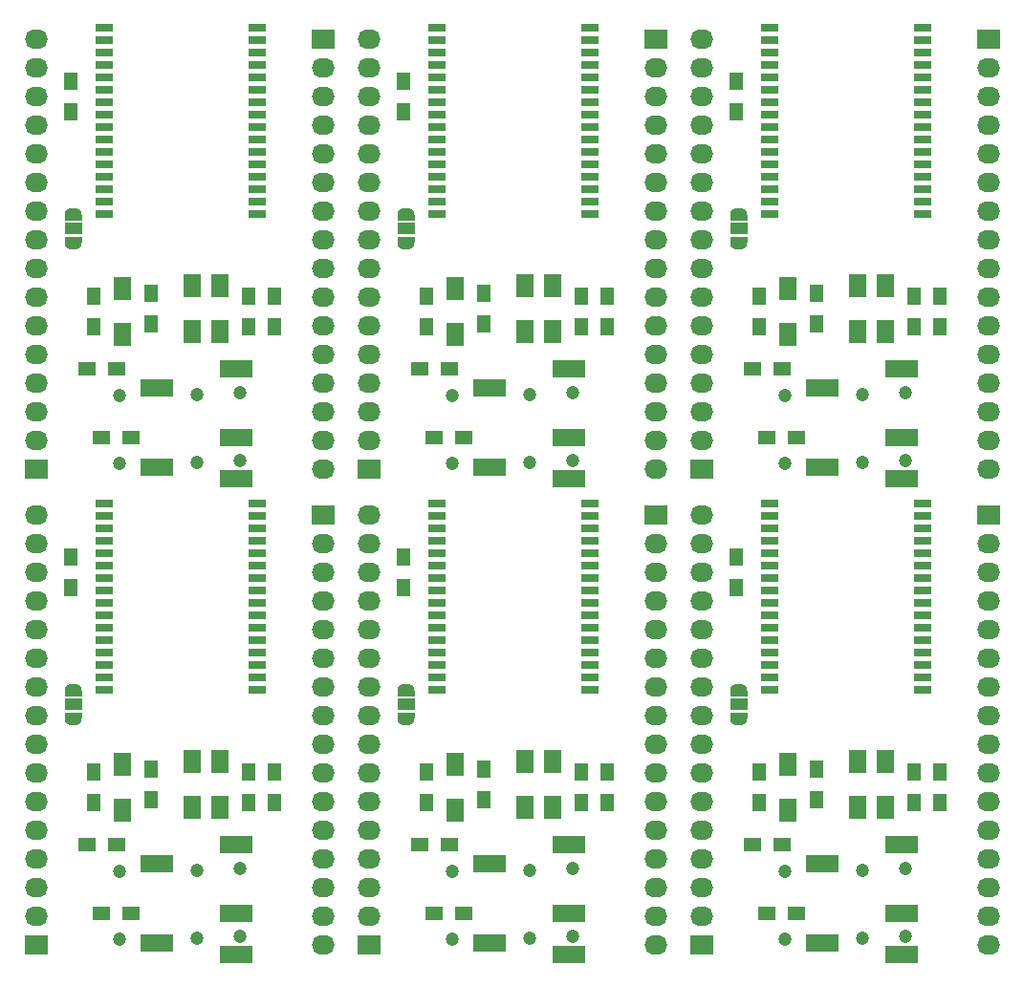
<source format=gbr>
G04 #@! TF.GenerationSoftware,KiCad,Pcbnew,5.0.0-rc2-dev-unknown-b813eac~63~ubuntu16.04.1*
G04 #@! TF.CreationDate,2018-04-08T16:52:17+02:00*
G04 #@! TF.ProjectId,f-6188multi,662D363138386D756C74692E6B696361,rev?*
G04 #@! TF.SameCoordinates,Original*
G04 #@! TF.FileFunction,Soldermask,Bot*
G04 #@! TF.FilePolarity,Negative*
%FSLAX46Y46*%
G04 Gerber Fmt 4.6, Leading zero omitted, Abs format (unit mm)*
G04 Created by KiCad (PCBNEW 5.0.0-rc2-dev-unknown-b813eac~63~ubuntu16.04.1) date Sun Apr  8 16:52:17 2018*
%MOMM*%
%LPD*%
G01*
G04 APERTURE LIST*
%ADD10C,1.200000*%
%ADD11R,1.300000X1.500000*%
%ADD12R,1.600000X2.000000*%
%ADD13O,2.032000X1.727200*%
%ADD14R,2.032000X1.727200*%
%ADD15R,1.500000X0.500000*%
%ADD16C,0.050000*%
%ADD17C,1.000000*%
%ADD18R,1.500000X1.000000*%
%ADD19R,3.000000X1.500000*%
%ADD20R,1.500000X0.800000*%
%ADD21R,1.500000X1.300000*%
G04 APERTURE END LIST*
D10*
X181864000Y-135224000D03*
X181864000Y-141224000D03*
D11*
X193294000Y-129112000D03*
X193294000Y-126412000D03*
D12*
X182118000Y-125762000D03*
X182118000Y-129762000D03*
D11*
X195580000Y-129112000D03*
X195580000Y-126412000D03*
D13*
X199898000Y-141732000D03*
X199898000Y-139192000D03*
X199898000Y-136652000D03*
X199898000Y-134112000D03*
X199898000Y-131572000D03*
X199898000Y-129032000D03*
X199898000Y-126492000D03*
X199898000Y-123952000D03*
X199898000Y-121412000D03*
X199898000Y-118872000D03*
X199898000Y-116332000D03*
X199898000Y-113792000D03*
X199898000Y-111252000D03*
X199898000Y-108712000D03*
X199898000Y-106172000D03*
D14*
X199898000Y-103632000D03*
D15*
X177800000Y-121426000D03*
D16*
G36*
X178099009Y-121228407D02*
X178147545Y-121235606D01*
X178195142Y-121247529D01*
X178241342Y-121264059D01*
X178285698Y-121285038D01*
X178327785Y-121310264D01*
X178367197Y-121339494D01*
X178403553Y-121372446D01*
X178436505Y-121408802D01*
X178465735Y-121448214D01*
X178490961Y-121490301D01*
X178511940Y-121534657D01*
X178528470Y-121580857D01*
X178540393Y-121628454D01*
X178547592Y-121676990D01*
X178550000Y-121725999D01*
X178550000Y-121726001D01*
X178547592Y-121775010D01*
X178540393Y-121823546D01*
X178528470Y-121871143D01*
X178511940Y-121917343D01*
X178490961Y-121961699D01*
X178465735Y-122003786D01*
X178436505Y-122043198D01*
X178403553Y-122079554D01*
X178367197Y-122112506D01*
X178327785Y-122141736D01*
X178285698Y-122166962D01*
X178241342Y-122187941D01*
X178195142Y-122204471D01*
X178147545Y-122216394D01*
X178099009Y-122223593D01*
X178050000Y-122226001D01*
X177550000Y-122226001D01*
X177500991Y-122223593D01*
X177452455Y-122216394D01*
X177404858Y-122204471D01*
X177358658Y-122187941D01*
X177314302Y-122166962D01*
X177272215Y-122141736D01*
X177232803Y-122112506D01*
X177196447Y-122079554D01*
X177163495Y-122043198D01*
X177134265Y-122003786D01*
X177109039Y-121961699D01*
X177088060Y-121917343D01*
X177071530Y-121871143D01*
X177059607Y-121823546D01*
X177052408Y-121775010D01*
X177050000Y-121726001D01*
X177050000Y-121725999D01*
X177052408Y-121676990D01*
X177059607Y-121628454D01*
X177071530Y-121580857D01*
X177088060Y-121534657D01*
X177109039Y-121490301D01*
X177134265Y-121448214D01*
X177163495Y-121408802D01*
X177196447Y-121372446D01*
X177232803Y-121339494D01*
X177272215Y-121310264D01*
X177314302Y-121285038D01*
X177358658Y-121264059D01*
X177404858Y-121247529D01*
X177452455Y-121235606D01*
X177500991Y-121228407D01*
X177550000Y-121225999D01*
X178050000Y-121225999D01*
X178099009Y-121228407D01*
X178099009Y-121228407D01*
G37*
D17*
X177800000Y-121726000D03*
D18*
X177800000Y-120426000D03*
D15*
X177800000Y-119426000D03*
D16*
G36*
X178099009Y-118628407D02*
X178147545Y-118635606D01*
X178195142Y-118647529D01*
X178241342Y-118664059D01*
X178285698Y-118685038D01*
X178327785Y-118710264D01*
X178367197Y-118739494D01*
X178403553Y-118772446D01*
X178436505Y-118808802D01*
X178465735Y-118848214D01*
X178490961Y-118890301D01*
X178511940Y-118934657D01*
X178528470Y-118980857D01*
X178540393Y-119028454D01*
X178547592Y-119076990D01*
X178550000Y-119125999D01*
X178550000Y-119126001D01*
X178547592Y-119175010D01*
X178540393Y-119223546D01*
X178528470Y-119271143D01*
X178511940Y-119317343D01*
X178490961Y-119361699D01*
X178465735Y-119403786D01*
X178436505Y-119443198D01*
X178403553Y-119479554D01*
X178367197Y-119512506D01*
X178327785Y-119541736D01*
X178285698Y-119566962D01*
X178241342Y-119587941D01*
X178195142Y-119604471D01*
X178147545Y-119616394D01*
X178099009Y-119623593D01*
X178050000Y-119626001D01*
X177550000Y-119626001D01*
X177500991Y-119623593D01*
X177452455Y-119616394D01*
X177404858Y-119604471D01*
X177358658Y-119587941D01*
X177314302Y-119566962D01*
X177272215Y-119541736D01*
X177232803Y-119512506D01*
X177196447Y-119479554D01*
X177163495Y-119443198D01*
X177134265Y-119403786D01*
X177109039Y-119361699D01*
X177088060Y-119317343D01*
X177071530Y-119271143D01*
X177059607Y-119223546D01*
X177052408Y-119175010D01*
X177050000Y-119126001D01*
X177050000Y-119125999D01*
X177052408Y-119076990D01*
X177059607Y-119028454D01*
X177071530Y-118980857D01*
X177088060Y-118934657D01*
X177109039Y-118890301D01*
X177134265Y-118848214D01*
X177163495Y-118808802D01*
X177196447Y-118772446D01*
X177232803Y-118739494D01*
X177272215Y-118710264D01*
X177314302Y-118685038D01*
X177358658Y-118664059D01*
X177404858Y-118647529D01*
X177452455Y-118635606D01*
X177500991Y-118628407D01*
X177550000Y-118625999D01*
X178050000Y-118625999D01*
X178099009Y-118628407D01*
X178099009Y-118628407D01*
G37*
D17*
X177800000Y-119126000D03*
D14*
X174498000Y-141732000D03*
D13*
X174498000Y-139192000D03*
X174498000Y-136652000D03*
X174498000Y-134112000D03*
X174498000Y-131572000D03*
X174498000Y-129032000D03*
X174498000Y-126492000D03*
X174498000Y-123952000D03*
X174498000Y-121412000D03*
X174498000Y-118872000D03*
X174498000Y-116332000D03*
X174498000Y-113792000D03*
X174498000Y-111252000D03*
X174498000Y-108712000D03*
X174498000Y-106172000D03*
X174498000Y-103632000D03*
D19*
X185222000Y-141545000D03*
X185222000Y-134545000D03*
X192222000Y-132845000D03*
X192222000Y-138945000D03*
X192222000Y-142545000D03*
D10*
X188722000Y-135145000D03*
X188722000Y-141145000D03*
D20*
X194056000Y-119158000D03*
X194056000Y-118058000D03*
X194056000Y-116958000D03*
X194056000Y-115858000D03*
X194056000Y-114758000D03*
X194056000Y-113658000D03*
X194056000Y-110358000D03*
X194056000Y-112558000D03*
X194056000Y-108158000D03*
X194056000Y-111458000D03*
X194056000Y-107058000D03*
X194056000Y-109258000D03*
X194056000Y-104858000D03*
X194056000Y-103758000D03*
X194056000Y-102658000D03*
X194056000Y-105958000D03*
X180556000Y-109258000D03*
X180556000Y-102658000D03*
X180556000Y-112558000D03*
X180556000Y-119158000D03*
X180556000Y-108158000D03*
X180556000Y-116958000D03*
X180556000Y-105958000D03*
X180556000Y-118058000D03*
X180556000Y-103758000D03*
X180556000Y-114758000D03*
X180556000Y-111458000D03*
X180556000Y-107058000D03*
X180556000Y-104858000D03*
X180556000Y-113658000D03*
X180556000Y-115858000D03*
X180556000Y-110358000D03*
D21*
X182960000Y-138938000D03*
X180260000Y-138938000D03*
D12*
X188315600Y-125508000D03*
X188315600Y-129508000D03*
X190754000Y-129508000D03*
X190754000Y-125508000D03*
D21*
X181690000Y-132842000D03*
X178990000Y-132842000D03*
D11*
X179578000Y-129112000D03*
X179578000Y-126412000D03*
D10*
X192532000Y-134970000D03*
X192532000Y-140970000D03*
D11*
X177546000Y-107362000D03*
X177546000Y-110062000D03*
X184658000Y-128858000D03*
X184658000Y-126158000D03*
D10*
X152400000Y-135224000D03*
X152400000Y-141224000D03*
D11*
X163830000Y-129112000D03*
X163830000Y-126412000D03*
D12*
X152654000Y-125762000D03*
X152654000Y-129762000D03*
D11*
X166116000Y-129112000D03*
X166116000Y-126412000D03*
D13*
X170434000Y-141732000D03*
X170434000Y-139192000D03*
X170434000Y-136652000D03*
X170434000Y-134112000D03*
X170434000Y-131572000D03*
X170434000Y-129032000D03*
X170434000Y-126492000D03*
X170434000Y-123952000D03*
X170434000Y-121412000D03*
X170434000Y-118872000D03*
X170434000Y-116332000D03*
X170434000Y-113792000D03*
X170434000Y-111252000D03*
X170434000Y-108712000D03*
X170434000Y-106172000D03*
D14*
X170434000Y-103632000D03*
D15*
X148336000Y-121426000D03*
D16*
G36*
X148635009Y-121228407D02*
X148683545Y-121235606D01*
X148731142Y-121247529D01*
X148777342Y-121264059D01*
X148821698Y-121285038D01*
X148863785Y-121310264D01*
X148903197Y-121339494D01*
X148939553Y-121372446D01*
X148972505Y-121408802D01*
X149001735Y-121448214D01*
X149026961Y-121490301D01*
X149047940Y-121534657D01*
X149064470Y-121580857D01*
X149076393Y-121628454D01*
X149083592Y-121676990D01*
X149086000Y-121725999D01*
X149086000Y-121726001D01*
X149083592Y-121775010D01*
X149076393Y-121823546D01*
X149064470Y-121871143D01*
X149047940Y-121917343D01*
X149026961Y-121961699D01*
X149001735Y-122003786D01*
X148972505Y-122043198D01*
X148939553Y-122079554D01*
X148903197Y-122112506D01*
X148863785Y-122141736D01*
X148821698Y-122166962D01*
X148777342Y-122187941D01*
X148731142Y-122204471D01*
X148683545Y-122216394D01*
X148635009Y-122223593D01*
X148586000Y-122226001D01*
X148086000Y-122226001D01*
X148036991Y-122223593D01*
X147988455Y-122216394D01*
X147940858Y-122204471D01*
X147894658Y-122187941D01*
X147850302Y-122166962D01*
X147808215Y-122141736D01*
X147768803Y-122112506D01*
X147732447Y-122079554D01*
X147699495Y-122043198D01*
X147670265Y-122003786D01*
X147645039Y-121961699D01*
X147624060Y-121917343D01*
X147607530Y-121871143D01*
X147595607Y-121823546D01*
X147588408Y-121775010D01*
X147586000Y-121726001D01*
X147586000Y-121725999D01*
X147588408Y-121676990D01*
X147595607Y-121628454D01*
X147607530Y-121580857D01*
X147624060Y-121534657D01*
X147645039Y-121490301D01*
X147670265Y-121448214D01*
X147699495Y-121408802D01*
X147732447Y-121372446D01*
X147768803Y-121339494D01*
X147808215Y-121310264D01*
X147850302Y-121285038D01*
X147894658Y-121264059D01*
X147940858Y-121247529D01*
X147988455Y-121235606D01*
X148036991Y-121228407D01*
X148086000Y-121225999D01*
X148586000Y-121225999D01*
X148635009Y-121228407D01*
X148635009Y-121228407D01*
G37*
D17*
X148336000Y-121726000D03*
D18*
X148336000Y-120426000D03*
D15*
X148336000Y-119426000D03*
D16*
G36*
X148635009Y-118628407D02*
X148683545Y-118635606D01*
X148731142Y-118647529D01*
X148777342Y-118664059D01*
X148821698Y-118685038D01*
X148863785Y-118710264D01*
X148903197Y-118739494D01*
X148939553Y-118772446D01*
X148972505Y-118808802D01*
X149001735Y-118848214D01*
X149026961Y-118890301D01*
X149047940Y-118934657D01*
X149064470Y-118980857D01*
X149076393Y-119028454D01*
X149083592Y-119076990D01*
X149086000Y-119125999D01*
X149086000Y-119126001D01*
X149083592Y-119175010D01*
X149076393Y-119223546D01*
X149064470Y-119271143D01*
X149047940Y-119317343D01*
X149026961Y-119361699D01*
X149001735Y-119403786D01*
X148972505Y-119443198D01*
X148939553Y-119479554D01*
X148903197Y-119512506D01*
X148863785Y-119541736D01*
X148821698Y-119566962D01*
X148777342Y-119587941D01*
X148731142Y-119604471D01*
X148683545Y-119616394D01*
X148635009Y-119623593D01*
X148586000Y-119626001D01*
X148086000Y-119626001D01*
X148036991Y-119623593D01*
X147988455Y-119616394D01*
X147940858Y-119604471D01*
X147894658Y-119587941D01*
X147850302Y-119566962D01*
X147808215Y-119541736D01*
X147768803Y-119512506D01*
X147732447Y-119479554D01*
X147699495Y-119443198D01*
X147670265Y-119403786D01*
X147645039Y-119361699D01*
X147624060Y-119317343D01*
X147607530Y-119271143D01*
X147595607Y-119223546D01*
X147588408Y-119175010D01*
X147586000Y-119126001D01*
X147586000Y-119125999D01*
X147588408Y-119076990D01*
X147595607Y-119028454D01*
X147607530Y-118980857D01*
X147624060Y-118934657D01*
X147645039Y-118890301D01*
X147670265Y-118848214D01*
X147699495Y-118808802D01*
X147732447Y-118772446D01*
X147768803Y-118739494D01*
X147808215Y-118710264D01*
X147850302Y-118685038D01*
X147894658Y-118664059D01*
X147940858Y-118647529D01*
X147988455Y-118635606D01*
X148036991Y-118628407D01*
X148086000Y-118625999D01*
X148586000Y-118625999D01*
X148635009Y-118628407D01*
X148635009Y-118628407D01*
G37*
D17*
X148336000Y-119126000D03*
D14*
X145034000Y-141732000D03*
D13*
X145034000Y-139192000D03*
X145034000Y-136652000D03*
X145034000Y-134112000D03*
X145034000Y-131572000D03*
X145034000Y-129032000D03*
X145034000Y-126492000D03*
X145034000Y-123952000D03*
X145034000Y-121412000D03*
X145034000Y-118872000D03*
X145034000Y-116332000D03*
X145034000Y-113792000D03*
X145034000Y-111252000D03*
X145034000Y-108712000D03*
X145034000Y-106172000D03*
X145034000Y-103632000D03*
D19*
X155758000Y-141545000D03*
X155758000Y-134545000D03*
X162758000Y-132845000D03*
X162758000Y-138945000D03*
X162758000Y-142545000D03*
D10*
X159258000Y-135145000D03*
X159258000Y-141145000D03*
D20*
X164592000Y-119158000D03*
X164592000Y-118058000D03*
X164592000Y-116958000D03*
X164592000Y-115858000D03*
X164592000Y-114758000D03*
X164592000Y-113658000D03*
X164592000Y-110358000D03*
X164592000Y-112558000D03*
X164592000Y-108158000D03*
X164592000Y-111458000D03*
X164592000Y-107058000D03*
X164592000Y-109258000D03*
X164592000Y-104858000D03*
X164592000Y-103758000D03*
X164592000Y-102658000D03*
X164592000Y-105958000D03*
X151092000Y-109258000D03*
X151092000Y-102658000D03*
X151092000Y-112558000D03*
X151092000Y-119158000D03*
X151092000Y-108158000D03*
X151092000Y-116958000D03*
X151092000Y-105958000D03*
X151092000Y-118058000D03*
X151092000Y-103758000D03*
X151092000Y-114758000D03*
X151092000Y-111458000D03*
X151092000Y-107058000D03*
X151092000Y-104858000D03*
X151092000Y-113658000D03*
X151092000Y-115858000D03*
X151092000Y-110358000D03*
D21*
X153496000Y-138938000D03*
X150796000Y-138938000D03*
D12*
X158851600Y-125508000D03*
X158851600Y-129508000D03*
X161290000Y-129508000D03*
X161290000Y-125508000D03*
D21*
X152226000Y-132842000D03*
X149526000Y-132842000D03*
D11*
X150114000Y-129112000D03*
X150114000Y-126412000D03*
D10*
X163068000Y-134970000D03*
X163068000Y-140970000D03*
D11*
X148082000Y-107362000D03*
X148082000Y-110062000D03*
X155194000Y-128858000D03*
X155194000Y-126158000D03*
D10*
X122936000Y-135224000D03*
X122936000Y-141224000D03*
D11*
X134366000Y-129112000D03*
X134366000Y-126412000D03*
D12*
X123190000Y-125762000D03*
X123190000Y-129762000D03*
D11*
X136652000Y-129112000D03*
X136652000Y-126412000D03*
D13*
X140970000Y-141732000D03*
X140970000Y-139192000D03*
X140970000Y-136652000D03*
X140970000Y-134112000D03*
X140970000Y-131572000D03*
X140970000Y-129032000D03*
X140970000Y-126492000D03*
X140970000Y-123952000D03*
X140970000Y-121412000D03*
X140970000Y-118872000D03*
X140970000Y-116332000D03*
X140970000Y-113792000D03*
X140970000Y-111252000D03*
X140970000Y-108712000D03*
X140970000Y-106172000D03*
D14*
X140970000Y-103632000D03*
D15*
X118872000Y-121426000D03*
D16*
G36*
X119171009Y-121228407D02*
X119219545Y-121235606D01*
X119267142Y-121247529D01*
X119313342Y-121264059D01*
X119357698Y-121285038D01*
X119399785Y-121310264D01*
X119439197Y-121339494D01*
X119475553Y-121372446D01*
X119508505Y-121408802D01*
X119537735Y-121448214D01*
X119562961Y-121490301D01*
X119583940Y-121534657D01*
X119600470Y-121580857D01*
X119612393Y-121628454D01*
X119619592Y-121676990D01*
X119622000Y-121725999D01*
X119622000Y-121726001D01*
X119619592Y-121775010D01*
X119612393Y-121823546D01*
X119600470Y-121871143D01*
X119583940Y-121917343D01*
X119562961Y-121961699D01*
X119537735Y-122003786D01*
X119508505Y-122043198D01*
X119475553Y-122079554D01*
X119439197Y-122112506D01*
X119399785Y-122141736D01*
X119357698Y-122166962D01*
X119313342Y-122187941D01*
X119267142Y-122204471D01*
X119219545Y-122216394D01*
X119171009Y-122223593D01*
X119122000Y-122226001D01*
X118622000Y-122226001D01*
X118572991Y-122223593D01*
X118524455Y-122216394D01*
X118476858Y-122204471D01*
X118430658Y-122187941D01*
X118386302Y-122166962D01*
X118344215Y-122141736D01*
X118304803Y-122112506D01*
X118268447Y-122079554D01*
X118235495Y-122043198D01*
X118206265Y-122003786D01*
X118181039Y-121961699D01*
X118160060Y-121917343D01*
X118143530Y-121871143D01*
X118131607Y-121823546D01*
X118124408Y-121775010D01*
X118122000Y-121726001D01*
X118122000Y-121725999D01*
X118124408Y-121676990D01*
X118131607Y-121628454D01*
X118143530Y-121580857D01*
X118160060Y-121534657D01*
X118181039Y-121490301D01*
X118206265Y-121448214D01*
X118235495Y-121408802D01*
X118268447Y-121372446D01*
X118304803Y-121339494D01*
X118344215Y-121310264D01*
X118386302Y-121285038D01*
X118430658Y-121264059D01*
X118476858Y-121247529D01*
X118524455Y-121235606D01*
X118572991Y-121228407D01*
X118622000Y-121225999D01*
X119122000Y-121225999D01*
X119171009Y-121228407D01*
X119171009Y-121228407D01*
G37*
D17*
X118872000Y-121726000D03*
D18*
X118872000Y-120426000D03*
D15*
X118872000Y-119426000D03*
D16*
G36*
X119171009Y-118628407D02*
X119219545Y-118635606D01*
X119267142Y-118647529D01*
X119313342Y-118664059D01*
X119357698Y-118685038D01*
X119399785Y-118710264D01*
X119439197Y-118739494D01*
X119475553Y-118772446D01*
X119508505Y-118808802D01*
X119537735Y-118848214D01*
X119562961Y-118890301D01*
X119583940Y-118934657D01*
X119600470Y-118980857D01*
X119612393Y-119028454D01*
X119619592Y-119076990D01*
X119622000Y-119125999D01*
X119622000Y-119126001D01*
X119619592Y-119175010D01*
X119612393Y-119223546D01*
X119600470Y-119271143D01*
X119583940Y-119317343D01*
X119562961Y-119361699D01*
X119537735Y-119403786D01*
X119508505Y-119443198D01*
X119475553Y-119479554D01*
X119439197Y-119512506D01*
X119399785Y-119541736D01*
X119357698Y-119566962D01*
X119313342Y-119587941D01*
X119267142Y-119604471D01*
X119219545Y-119616394D01*
X119171009Y-119623593D01*
X119122000Y-119626001D01*
X118622000Y-119626001D01*
X118572991Y-119623593D01*
X118524455Y-119616394D01*
X118476858Y-119604471D01*
X118430658Y-119587941D01*
X118386302Y-119566962D01*
X118344215Y-119541736D01*
X118304803Y-119512506D01*
X118268447Y-119479554D01*
X118235495Y-119443198D01*
X118206265Y-119403786D01*
X118181039Y-119361699D01*
X118160060Y-119317343D01*
X118143530Y-119271143D01*
X118131607Y-119223546D01*
X118124408Y-119175010D01*
X118122000Y-119126001D01*
X118122000Y-119125999D01*
X118124408Y-119076990D01*
X118131607Y-119028454D01*
X118143530Y-118980857D01*
X118160060Y-118934657D01*
X118181039Y-118890301D01*
X118206265Y-118848214D01*
X118235495Y-118808802D01*
X118268447Y-118772446D01*
X118304803Y-118739494D01*
X118344215Y-118710264D01*
X118386302Y-118685038D01*
X118430658Y-118664059D01*
X118476858Y-118647529D01*
X118524455Y-118635606D01*
X118572991Y-118628407D01*
X118622000Y-118625999D01*
X119122000Y-118625999D01*
X119171009Y-118628407D01*
X119171009Y-118628407D01*
G37*
D17*
X118872000Y-119126000D03*
D14*
X115570000Y-141732000D03*
D13*
X115570000Y-139192000D03*
X115570000Y-136652000D03*
X115570000Y-134112000D03*
X115570000Y-131572000D03*
X115570000Y-129032000D03*
X115570000Y-126492000D03*
X115570000Y-123952000D03*
X115570000Y-121412000D03*
X115570000Y-118872000D03*
X115570000Y-116332000D03*
X115570000Y-113792000D03*
X115570000Y-111252000D03*
X115570000Y-108712000D03*
X115570000Y-106172000D03*
X115570000Y-103632000D03*
D19*
X126294000Y-141545000D03*
X126294000Y-134545000D03*
X133294000Y-132845000D03*
X133294000Y-138945000D03*
X133294000Y-142545000D03*
D10*
X129794000Y-135145000D03*
X129794000Y-141145000D03*
D20*
X135128000Y-119158000D03*
X135128000Y-118058000D03*
X135128000Y-116958000D03*
X135128000Y-115858000D03*
X135128000Y-114758000D03*
X135128000Y-113658000D03*
X135128000Y-110358000D03*
X135128000Y-112558000D03*
X135128000Y-108158000D03*
X135128000Y-111458000D03*
X135128000Y-107058000D03*
X135128000Y-109258000D03*
X135128000Y-104858000D03*
X135128000Y-103758000D03*
X135128000Y-102658000D03*
X135128000Y-105958000D03*
X121628000Y-109258000D03*
X121628000Y-102658000D03*
X121628000Y-112558000D03*
X121628000Y-119158000D03*
X121628000Y-108158000D03*
X121628000Y-116958000D03*
X121628000Y-105958000D03*
X121628000Y-118058000D03*
X121628000Y-103758000D03*
X121628000Y-114758000D03*
X121628000Y-111458000D03*
X121628000Y-107058000D03*
X121628000Y-104858000D03*
X121628000Y-113658000D03*
X121628000Y-115858000D03*
X121628000Y-110358000D03*
D21*
X124032000Y-138938000D03*
X121332000Y-138938000D03*
D12*
X129387600Y-125508000D03*
X129387600Y-129508000D03*
X131826000Y-129508000D03*
X131826000Y-125508000D03*
D21*
X122762000Y-132842000D03*
X120062000Y-132842000D03*
D11*
X120650000Y-129112000D03*
X120650000Y-126412000D03*
D10*
X133604000Y-134970000D03*
X133604000Y-140970000D03*
D11*
X118618000Y-107362000D03*
X118618000Y-110062000D03*
X125730000Y-128858000D03*
X125730000Y-126158000D03*
D10*
X181864000Y-93060000D03*
X181864000Y-99060000D03*
D11*
X193294000Y-86948000D03*
X193294000Y-84248000D03*
D12*
X182118000Y-83598000D03*
X182118000Y-87598000D03*
D11*
X195580000Y-86948000D03*
X195580000Y-84248000D03*
D13*
X199898000Y-99568000D03*
X199898000Y-97028000D03*
X199898000Y-94488000D03*
X199898000Y-91948000D03*
X199898000Y-89408000D03*
X199898000Y-86868000D03*
X199898000Y-84328000D03*
X199898000Y-81788000D03*
X199898000Y-79248000D03*
X199898000Y-76708000D03*
X199898000Y-74168000D03*
X199898000Y-71628000D03*
X199898000Y-69088000D03*
X199898000Y-66548000D03*
X199898000Y-64008000D03*
D14*
X199898000Y-61468000D03*
D15*
X177800000Y-79262000D03*
D16*
G36*
X178099009Y-79064407D02*
X178147545Y-79071606D01*
X178195142Y-79083529D01*
X178241342Y-79100059D01*
X178285698Y-79121038D01*
X178327785Y-79146264D01*
X178367197Y-79175494D01*
X178403553Y-79208446D01*
X178436505Y-79244802D01*
X178465735Y-79284214D01*
X178490961Y-79326301D01*
X178511940Y-79370657D01*
X178528470Y-79416857D01*
X178540393Y-79464454D01*
X178547592Y-79512990D01*
X178550000Y-79561999D01*
X178550000Y-79562001D01*
X178547592Y-79611010D01*
X178540393Y-79659546D01*
X178528470Y-79707143D01*
X178511940Y-79753343D01*
X178490961Y-79797699D01*
X178465735Y-79839786D01*
X178436505Y-79879198D01*
X178403553Y-79915554D01*
X178367197Y-79948506D01*
X178327785Y-79977736D01*
X178285698Y-80002962D01*
X178241342Y-80023941D01*
X178195142Y-80040471D01*
X178147545Y-80052394D01*
X178099009Y-80059593D01*
X178050000Y-80062001D01*
X177550000Y-80062001D01*
X177500991Y-80059593D01*
X177452455Y-80052394D01*
X177404858Y-80040471D01*
X177358658Y-80023941D01*
X177314302Y-80002962D01*
X177272215Y-79977736D01*
X177232803Y-79948506D01*
X177196447Y-79915554D01*
X177163495Y-79879198D01*
X177134265Y-79839786D01*
X177109039Y-79797699D01*
X177088060Y-79753343D01*
X177071530Y-79707143D01*
X177059607Y-79659546D01*
X177052408Y-79611010D01*
X177050000Y-79562001D01*
X177050000Y-79561999D01*
X177052408Y-79512990D01*
X177059607Y-79464454D01*
X177071530Y-79416857D01*
X177088060Y-79370657D01*
X177109039Y-79326301D01*
X177134265Y-79284214D01*
X177163495Y-79244802D01*
X177196447Y-79208446D01*
X177232803Y-79175494D01*
X177272215Y-79146264D01*
X177314302Y-79121038D01*
X177358658Y-79100059D01*
X177404858Y-79083529D01*
X177452455Y-79071606D01*
X177500991Y-79064407D01*
X177550000Y-79061999D01*
X178050000Y-79061999D01*
X178099009Y-79064407D01*
X178099009Y-79064407D01*
G37*
D17*
X177800000Y-79562000D03*
D18*
X177800000Y-78262000D03*
D15*
X177800000Y-77262000D03*
D16*
G36*
X178099009Y-76464407D02*
X178147545Y-76471606D01*
X178195142Y-76483529D01*
X178241342Y-76500059D01*
X178285698Y-76521038D01*
X178327785Y-76546264D01*
X178367197Y-76575494D01*
X178403553Y-76608446D01*
X178436505Y-76644802D01*
X178465735Y-76684214D01*
X178490961Y-76726301D01*
X178511940Y-76770657D01*
X178528470Y-76816857D01*
X178540393Y-76864454D01*
X178547592Y-76912990D01*
X178550000Y-76961999D01*
X178550000Y-76962001D01*
X178547592Y-77011010D01*
X178540393Y-77059546D01*
X178528470Y-77107143D01*
X178511940Y-77153343D01*
X178490961Y-77197699D01*
X178465735Y-77239786D01*
X178436505Y-77279198D01*
X178403553Y-77315554D01*
X178367197Y-77348506D01*
X178327785Y-77377736D01*
X178285698Y-77402962D01*
X178241342Y-77423941D01*
X178195142Y-77440471D01*
X178147545Y-77452394D01*
X178099009Y-77459593D01*
X178050000Y-77462001D01*
X177550000Y-77462001D01*
X177500991Y-77459593D01*
X177452455Y-77452394D01*
X177404858Y-77440471D01*
X177358658Y-77423941D01*
X177314302Y-77402962D01*
X177272215Y-77377736D01*
X177232803Y-77348506D01*
X177196447Y-77315554D01*
X177163495Y-77279198D01*
X177134265Y-77239786D01*
X177109039Y-77197699D01*
X177088060Y-77153343D01*
X177071530Y-77107143D01*
X177059607Y-77059546D01*
X177052408Y-77011010D01*
X177050000Y-76962001D01*
X177050000Y-76961999D01*
X177052408Y-76912990D01*
X177059607Y-76864454D01*
X177071530Y-76816857D01*
X177088060Y-76770657D01*
X177109039Y-76726301D01*
X177134265Y-76684214D01*
X177163495Y-76644802D01*
X177196447Y-76608446D01*
X177232803Y-76575494D01*
X177272215Y-76546264D01*
X177314302Y-76521038D01*
X177358658Y-76500059D01*
X177404858Y-76483529D01*
X177452455Y-76471606D01*
X177500991Y-76464407D01*
X177550000Y-76461999D01*
X178050000Y-76461999D01*
X178099009Y-76464407D01*
X178099009Y-76464407D01*
G37*
D17*
X177800000Y-76962000D03*
D14*
X174498000Y-99568000D03*
D13*
X174498000Y-97028000D03*
X174498000Y-94488000D03*
X174498000Y-91948000D03*
X174498000Y-89408000D03*
X174498000Y-86868000D03*
X174498000Y-84328000D03*
X174498000Y-81788000D03*
X174498000Y-79248000D03*
X174498000Y-76708000D03*
X174498000Y-74168000D03*
X174498000Y-71628000D03*
X174498000Y-69088000D03*
X174498000Y-66548000D03*
X174498000Y-64008000D03*
X174498000Y-61468000D03*
D19*
X185222000Y-99381000D03*
X185222000Y-92381000D03*
X192222000Y-90681000D03*
X192222000Y-96781000D03*
X192222000Y-100381000D03*
D10*
X188722000Y-92981000D03*
X188722000Y-98981000D03*
D20*
X194056000Y-76994000D03*
X194056000Y-75894000D03*
X194056000Y-74794000D03*
X194056000Y-73694000D03*
X194056000Y-72594000D03*
X194056000Y-71494000D03*
X194056000Y-68194000D03*
X194056000Y-70394000D03*
X194056000Y-65994000D03*
X194056000Y-69294000D03*
X194056000Y-64894000D03*
X194056000Y-67094000D03*
X194056000Y-62694000D03*
X194056000Y-61594000D03*
X194056000Y-60494000D03*
X194056000Y-63794000D03*
X180556000Y-67094000D03*
X180556000Y-60494000D03*
X180556000Y-70394000D03*
X180556000Y-76994000D03*
X180556000Y-65994000D03*
X180556000Y-74794000D03*
X180556000Y-63794000D03*
X180556000Y-75894000D03*
X180556000Y-61594000D03*
X180556000Y-72594000D03*
X180556000Y-69294000D03*
X180556000Y-64894000D03*
X180556000Y-62694000D03*
X180556000Y-71494000D03*
X180556000Y-73694000D03*
X180556000Y-68194000D03*
D21*
X182960000Y-96774000D03*
X180260000Y-96774000D03*
D12*
X188315600Y-83344000D03*
X188315600Y-87344000D03*
X190754000Y-87344000D03*
X190754000Y-83344000D03*
D21*
X181690000Y-90678000D03*
X178990000Y-90678000D03*
D11*
X179578000Y-86948000D03*
X179578000Y-84248000D03*
D10*
X192532000Y-92806000D03*
X192532000Y-98806000D03*
D11*
X177546000Y-65198000D03*
X177546000Y-67898000D03*
X184658000Y-86694000D03*
X184658000Y-83994000D03*
D10*
X152400000Y-93060000D03*
X152400000Y-99060000D03*
D11*
X163830000Y-86948000D03*
X163830000Y-84248000D03*
D12*
X152654000Y-83598000D03*
X152654000Y-87598000D03*
D11*
X166116000Y-86948000D03*
X166116000Y-84248000D03*
D13*
X170434000Y-99568000D03*
X170434000Y-97028000D03*
X170434000Y-94488000D03*
X170434000Y-91948000D03*
X170434000Y-89408000D03*
X170434000Y-86868000D03*
X170434000Y-84328000D03*
X170434000Y-81788000D03*
X170434000Y-79248000D03*
X170434000Y-76708000D03*
X170434000Y-74168000D03*
X170434000Y-71628000D03*
X170434000Y-69088000D03*
X170434000Y-66548000D03*
X170434000Y-64008000D03*
D14*
X170434000Y-61468000D03*
D15*
X148336000Y-79262000D03*
D16*
G36*
X148635009Y-79064407D02*
X148683545Y-79071606D01*
X148731142Y-79083529D01*
X148777342Y-79100059D01*
X148821698Y-79121038D01*
X148863785Y-79146264D01*
X148903197Y-79175494D01*
X148939553Y-79208446D01*
X148972505Y-79244802D01*
X149001735Y-79284214D01*
X149026961Y-79326301D01*
X149047940Y-79370657D01*
X149064470Y-79416857D01*
X149076393Y-79464454D01*
X149083592Y-79512990D01*
X149086000Y-79561999D01*
X149086000Y-79562001D01*
X149083592Y-79611010D01*
X149076393Y-79659546D01*
X149064470Y-79707143D01*
X149047940Y-79753343D01*
X149026961Y-79797699D01*
X149001735Y-79839786D01*
X148972505Y-79879198D01*
X148939553Y-79915554D01*
X148903197Y-79948506D01*
X148863785Y-79977736D01*
X148821698Y-80002962D01*
X148777342Y-80023941D01*
X148731142Y-80040471D01*
X148683545Y-80052394D01*
X148635009Y-80059593D01*
X148586000Y-80062001D01*
X148086000Y-80062001D01*
X148036991Y-80059593D01*
X147988455Y-80052394D01*
X147940858Y-80040471D01*
X147894658Y-80023941D01*
X147850302Y-80002962D01*
X147808215Y-79977736D01*
X147768803Y-79948506D01*
X147732447Y-79915554D01*
X147699495Y-79879198D01*
X147670265Y-79839786D01*
X147645039Y-79797699D01*
X147624060Y-79753343D01*
X147607530Y-79707143D01*
X147595607Y-79659546D01*
X147588408Y-79611010D01*
X147586000Y-79562001D01*
X147586000Y-79561999D01*
X147588408Y-79512990D01*
X147595607Y-79464454D01*
X147607530Y-79416857D01*
X147624060Y-79370657D01*
X147645039Y-79326301D01*
X147670265Y-79284214D01*
X147699495Y-79244802D01*
X147732447Y-79208446D01*
X147768803Y-79175494D01*
X147808215Y-79146264D01*
X147850302Y-79121038D01*
X147894658Y-79100059D01*
X147940858Y-79083529D01*
X147988455Y-79071606D01*
X148036991Y-79064407D01*
X148086000Y-79061999D01*
X148586000Y-79061999D01*
X148635009Y-79064407D01*
X148635009Y-79064407D01*
G37*
D17*
X148336000Y-79562000D03*
D18*
X148336000Y-78262000D03*
D15*
X148336000Y-77262000D03*
D16*
G36*
X148635009Y-76464407D02*
X148683545Y-76471606D01*
X148731142Y-76483529D01*
X148777342Y-76500059D01*
X148821698Y-76521038D01*
X148863785Y-76546264D01*
X148903197Y-76575494D01*
X148939553Y-76608446D01*
X148972505Y-76644802D01*
X149001735Y-76684214D01*
X149026961Y-76726301D01*
X149047940Y-76770657D01*
X149064470Y-76816857D01*
X149076393Y-76864454D01*
X149083592Y-76912990D01*
X149086000Y-76961999D01*
X149086000Y-76962001D01*
X149083592Y-77011010D01*
X149076393Y-77059546D01*
X149064470Y-77107143D01*
X149047940Y-77153343D01*
X149026961Y-77197699D01*
X149001735Y-77239786D01*
X148972505Y-77279198D01*
X148939553Y-77315554D01*
X148903197Y-77348506D01*
X148863785Y-77377736D01*
X148821698Y-77402962D01*
X148777342Y-77423941D01*
X148731142Y-77440471D01*
X148683545Y-77452394D01*
X148635009Y-77459593D01*
X148586000Y-77462001D01*
X148086000Y-77462001D01*
X148036991Y-77459593D01*
X147988455Y-77452394D01*
X147940858Y-77440471D01*
X147894658Y-77423941D01*
X147850302Y-77402962D01*
X147808215Y-77377736D01*
X147768803Y-77348506D01*
X147732447Y-77315554D01*
X147699495Y-77279198D01*
X147670265Y-77239786D01*
X147645039Y-77197699D01*
X147624060Y-77153343D01*
X147607530Y-77107143D01*
X147595607Y-77059546D01*
X147588408Y-77011010D01*
X147586000Y-76962001D01*
X147586000Y-76961999D01*
X147588408Y-76912990D01*
X147595607Y-76864454D01*
X147607530Y-76816857D01*
X147624060Y-76770657D01*
X147645039Y-76726301D01*
X147670265Y-76684214D01*
X147699495Y-76644802D01*
X147732447Y-76608446D01*
X147768803Y-76575494D01*
X147808215Y-76546264D01*
X147850302Y-76521038D01*
X147894658Y-76500059D01*
X147940858Y-76483529D01*
X147988455Y-76471606D01*
X148036991Y-76464407D01*
X148086000Y-76461999D01*
X148586000Y-76461999D01*
X148635009Y-76464407D01*
X148635009Y-76464407D01*
G37*
D17*
X148336000Y-76962000D03*
D14*
X145034000Y-99568000D03*
D13*
X145034000Y-97028000D03*
X145034000Y-94488000D03*
X145034000Y-91948000D03*
X145034000Y-89408000D03*
X145034000Y-86868000D03*
X145034000Y-84328000D03*
X145034000Y-81788000D03*
X145034000Y-79248000D03*
X145034000Y-76708000D03*
X145034000Y-74168000D03*
X145034000Y-71628000D03*
X145034000Y-69088000D03*
X145034000Y-66548000D03*
X145034000Y-64008000D03*
X145034000Y-61468000D03*
D19*
X155758000Y-99381000D03*
X155758000Y-92381000D03*
X162758000Y-90681000D03*
X162758000Y-96781000D03*
X162758000Y-100381000D03*
D10*
X159258000Y-92981000D03*
X159258000Y-98981000D03*
D20*
X164592000Y-76994000D03*
X164592000Y-75894000D03*
X164592000Y-74794000D03*
X164592000Y-73694000D03*
X164592000Y-72594000D03*
X164592000Y-71494000D03*
X164592000Y-68194000D03*
X164592000Y-70394000D03*
X164592000Y-65994000D03*
X164592000Y-69294000D03*
X164592000Y-64894000D03*
X164592000Y-67094000D03*
X164592000Y-62694000D03*
X164592000Y-61594000D03*
X164592000Y-60494000D03*
X164592000Y-63794000D03*
X151092000Y-67094000D03*
X151092000Y-60494000D03*
X151092000Y-70394000D03*
X151092000Y-76994000D03*
X151092000Y-65994000D03*
X151092000Y-74794000D03*
X151092000Y-63794000D03*
X151092000Y-75894000D03*
X151092000Y-61594000D03*
X151092000Y-72594000D03*
X151092000Y-69294000D03*
X151092000Y-64894000D03*
X151092000Y-62694000D03*
X151092000Y-71494000D03*
X151092000Y-73694000D03*
X151092000Y-68194000D03*
D21*
X153496000Y-96774000D03*
X150796000Y-96774000D03*
D12*
X158851600Y-83344000D03*
X158851600Y-87344000D03*
X161290000Y-87344000D03*
X161290000Y-83344000D03*
D21*
X152226000Y-90678000D03*
X149526000Y-90678000D03*
D11*
X150114000Y-86948000D03*
X150114000Y-84248000D03*
D10*
X163068000Y-92806000D03*
X163068000Y-98806000D03*
D11*
X148082000Y-65198000D03*
X148082000Y-67898000D03*
X155194000Y-86694000D03*
X155194000Y-83994000D03*
D10*
X122936000Y-99060000D03*
X122936000Y-93060000D03*
X133604000Y-98806000D03*
X133604000Y-92806000D03*
D13*
X115570000Y-61468000D03*
X115570000Y-64008000D03*
X115570000Y-66548000D03*
X115570000Y-69088000D03*
X115570000Y-71628000D03*
X115570000Y-74168000D03*
X115570000Y-76708000D03*
X115570000Y-79248000D03*
X115570000Y-81788000D03*
X115570000Y-84328000D03*
X115570000Y-86868000D03*
X115570000Y-89408000D03*
X115570000Y-91948000D03*
X115570000Y-94488000D03*
X115570000Y-97028000D03*
D14*
X115570000Y-99568000D03*
X140970000Y-61468000D03*
D13*
X140970000Y-64008000D03*
X140970000Y-66548000D03*
X140970000Y-69088000D03*
X140970000Y-71628000D03*
X140970000Y-74168000D03*
X140970000Y-76708000D03*
X140970000Y-79248000D03*
X140970000Y-81788000D03*
X140970000Y-84328000D03*
X140970000Y-86868000D03*
X140970000Y-89408000D03*
X140970000Y-91948000D03*
X140970000Y-94488000D03*
X140970000Y-97028000D03*
X140970000Y-99568000D03*
D11*
X118618000Y-67898000D03*
X118618000Y-65198000D03*
D21*
X120062000Y-90678000D03*
X122762000Y-90678000D03*
X121332000Y-96774000D03*
X124032000Y-96774000D03*
D11*
X136652000Y-84248000D03*
X136652000Y-86948000D03*
X120650000Y-84248000D03*
X120650000Y-86948000D03*
X134366000Y-84248000D03*
X134366000Y-86948000D03*
X125730000Y-83994000D03*
X125730000Y-86694000D03*
D20*
X121628000Y-68194000D03*
X121628000Y-73694000D03*
X121628000Y-71494000D03*
X121628000Y-62694000D03*
X121628000Y-64894000D03*
X121628000Y-69294000D03*
X121628000Y-72594000D03*
X121628000Y-61594000D03*
X121628000Y-75894000D03*
X121628000Y-63794000D03*
X121628000Y-74794000D03*
X121628000Y-65994000D03*
X121628000Y-76994000D03*
X121628000Y-70394000D03*
X121628000Y-60494000D03*
X121628000Y-67094000D03*
X135128000Y-63794000D03*
X135128000Y-60494000D03*
X135128000Y-61594000D03*
X135128000Y-62694000D03*
X135128000Y-67094000D03*
X135128000Y-64894000D03*
X135128000Y-69294000D03*
X135128000Y-65994000D03*
X135128000Y-70394000D03*
X135128000Y-68194000D03*
X135128000Y-71494000D03*
X135128000Y-72594000D03*
X135128000Y-73694000D03*
X135128000Y-74794000D03*
X135128000Y-75894000D03*
X135128000Y-76994000D03*
D10*
X129794000Y-98981000D03*
X129794000Y-92981000D03*
D19*
X133294000Y-100381000D03*
X133294000Y-96781000D03*
X133294000Y-90681000D03*
X126294000Y-92381000D03*
X126294000Y-99381000D03*
D12*
X129387600Y-87344000D03*
X129387600Y-83344000D03*
X131826000Y-83344000D03*
X131826000Y-87344000D03*
X123190000Y-87598000D03*
X123190000Y-83598000D03*
D16*
G36*
X119171009Y-76464407D02*
X119219545Y-76471606D01*
X119267142Y-76483529D01*
X119313342Y-76500059D01*
X119357698Y-76521038D01*
X119399785Y-76546264D01*
X119439197Y-76575494D01*
X119475553Y-76608446D01*
X119508505Y-76644802D01*
X119537735Y-76684214D01*
X119562961Y-76726301D01*
X119583940Y-76770657D01*
X119600470Y-76816857D01*
X119612393Y-76864454D01*
X119619592Y-76912990D01*
X119622000Y-76961999D01*
X119622000Y-76962001D01*
X119619592Y-77011010D01*
X119612393Y-77059546D01*
X119600470Y-77107143D01*
X119583940Y-77153343D01*
X119562961Y-77197699D01*
X119537735Y-77239786D01*
X119508505Y-77279198D01*
X119475553Y-77315554D01*
X119439197Y-77348506D01*
X119399785Y-77377736D01*
X119357698Y-77402962D01*
X119313342Y-77423941D01*
X119267142Y-77440471D01*
X119219545Y-77452394D01*
X119171009Y-77459593D01*
X119122000Y-77462001D01*
X118622000Y-77462001D01*
X118572991Y-77459593D01*
X118524455Y-77452394D01*
X118476858Y-77440471D01*
X118430658Y-77423941D01*
X118386302Y-77402962D01*
X118344215Y-77377736D01*
X118304803Y-77348506D01*
X118268447Y-77315554D01*
X118235495Y-77279198D01*
X118206265Y-77239786D01*
X118181039Y-77197699D01*
X118160060Y-77153343D01*
X118143530Y-77107143D01*
X118131607Y-77059546D01*
X118124408Y-77011010D01*
X118122000Y-76962001D01*
X118122000Y-76961999D01*
X118124408Y-76912990D01*
X118131607Y-76864454D01*
X118143530Y-76816857D01*
X118160060Y-76770657D01*
X118181039Y-76726301D01*
X118206265Y-76684214D01*
X118235495Y-76644802D01*
X118268447Y-76608446D01*
X118304803Y-76575494D01*
X118344215Y-76546264D01*
X118386302Y-76521038D01*
X118430658Y-76500059D01*
X118476858Y-76483529D01*
X118524455Y-76471606D01*
X118572991Y-76464407D01*
X118622000Y-76461999D01*
X119122000Y-76461999D01*
X119171009Y-76464407D01*
X119171009Y-76464407D01*
G37*
D17*
X118872000Y-76962000D03*
D15*
X118872000Y-77262000D03*
D18*
X118872000Y-78262000D03*
D16*
G36*
X119171009Y-79064407D02*
X119219545Y-79071606D01*
X119267142Y-79083529D01*
X119313342Y-79100059D01*
X119357698Y-79121038D01*
X119399785Y-79146264D01*
X119439197Y-79175494D01*
X119475553Y-79208446D01*
X119508505Y-79244802D01*
X119537735Y-79284214D01*
X119562961Y-79326301D01*
X119583940Y-79370657D01*
X119600470Y-79416857D01*
X119612393Y-79464454D01*
X119619592Y-79512990D01*
X119622000Y-79561999D01*
X119622000Y-79562001D01*
X119619592Y-79611010D01*
X119612393Y-79659546D01*
X119600470Y-79707143D01*
X119583940Y-79753343D01*
X119562961Y-79797699D01*
X119537735Y-79839786D01*
X119508505Y-79879198D01*
X119475553Y-79915554D01*
X119439197Y-79948506D01*
X119399785Y-79977736D01*
X119357698Y-80002962D01*
X119313342Y-80023941D01*
X119267142Y-80040471D01*
X119219545Y-80052394D01*
X119171009Y-80059593D01*
X119122000Y-80062001D01*
X118622000Y-80062001D01*
X118572991Y-80059593D01*
X118524455Y-80052394D01*
X118476858Y-80040471D01*
X118430658Y-80023941D01*
X118386302Y-80002962D01*
X118344215Y-79977736D01*
X118304803Y-79948506D01*
X118268447Y-79915554D01*
X118235495Y-79879198D01*
X118206265Y-79839786D01*
X118181039Y-79797699D01*
X118160060Y-79753343D01*
X118143530Y-79707143D01*
X118131607Y-79659546D01*
X118124408Y-79611010D01*
X118122000Y-79562001D01*
X118122000Y-79561999D01*
X118124408Y-79512990D01*
X118131607Y-79464454D01*
X118143530Y-79416857D01*
X118160060Y-79370657D01*
X118181039Y-79326301D01*
X118206265Y-79284214D01*
X118235495Y-79244802D01*
X118268447Y-79208446D01*
X118304803Y-79175494D01*
X118344215Y-79146264D01*
X118386302Y-79121038D01*
X118430658Y-79100059D01*
X118476858Y-79083529D01*
X118524455Y-79071606D01*
X118572991Y-79064407D01*
X118622000Y-79061999D01*
X119122000Y-79061999D01*
X119171009Y-79064407D01*
X119171009Y-79064407D01*
G37*
D17*
X118872000Y-79562000D03*
D15*
X118872000Y-79262000D03*
M02*

</source>
